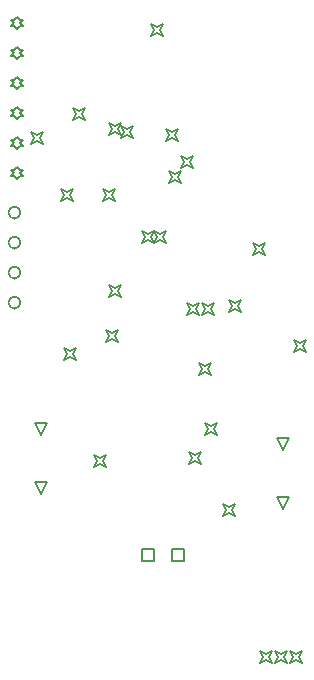
<source format=gbr>
G04*
G04 #@! TF.GenerationSoftware,Altium Limited,Altium Designer,25.7.1 (20)*
G04*
G04 Layer_Color=2752767*
%FSLAX44Y44*%
%MOMM*%
G71*
G04*
G04 #@! TF.SameCoordinates,265DE244-54D5-4CCD-A973-AF3357FD315F*
G04*
G04*
G04 #@! TF.FilePolarity,Positive*
G04*
G01*
G75*
%ADD79C,0.1270*%
%ADD80C,0.1693*%
D79*
X1502500Y803620D02*
X1505040Y806160D01*
X1507580D01*
X1505040Y808700D01*
X1507580Y811240D01*
X1505040D01*
X1502500Y813780D01*
X1499960Y811240D01*
X1497420D01*
X1499960Y808700D01*
X1497420Y806160D01*
X1499960D01*
X1502500Y803620D01*
Y778220D02*
X1505040Y780760D01*
X1507580D01*
X1505040Y783300D01*
X1507580Y785840D01*
X1505040D01*
X1502500Y788380D01*
X1499960Y785840D01*
X1497420D01*
X1499960Y783300D01*
X1497420Y780760D01*
X1499960D01*
X1502500Y778220D01*
Y752820D02*
X1505040Y755360D01*
X1507580D01*
X1505040Y757900D01*
X1507580Y760440D01*
X1505040D01*
X1502500Y762980D01*
X1499960Y760440D01*
X1497420D01*
X1499960Y757900D01*
X1497420Y755360D01*
X1499960D01*
X1502500Y752820D01*
Y727420D02*
X1505040Y729960D01*
X1507580D01*
X1505040Y732500D01*
X1507580Y735040D01*
X1505040D01*
X1502500Y737580D01*
X1499960Y735040D01*
X1497420D01*
X1499960Y732500D01*
X1497420Y729960D01*
X1499960D01*
X1502500Y727420D01*
Y702020D02*
X1505040Y704560D01*
X1507580D01*
X1505040Y707100D01*
X1507580Y709640D01*
X1505040D01*
X1502500Y712180D01*
X1499960Y709640D01*
X1497420D01*
X1499960Y707100D01*
X1497420Y704560D01*
X1499960D01*
X1502500Y702020D01*
Y676620D02*
X1505040Y679160D01*
X1507580D01*
X1505040Y681700D01*
X1507580Y684240D01*
X1505040D01*
X1502500Y686780D01*
X1499960Y684240D01*
X1497420D01*
X1499960Y681700D01*
X1497420Y679160D01*
X1499960D01*
X1502500Y676620D01*
X1633020Y353060D02*
Y363220D01*
X1643180D01*
Y353060D01*
X1633020D01*
X1727200Y447040D02*
X1722120Y457200D01*
X1732280D01*
X1727200Y447040D01*
Y397040D02*
X1722120Y407200D01*
X1732280D01*
X1727200Y397040D01*
X1522500Y409920D02*
X1517420Y420080D01*
X1527580D01*
X1522500Y409920D01*
Y459920D02*
X1517420Y470080D01*
X1527580D01*
X1522500Y459920D01*
X1608020Y353060D02*
Y363220D01*
X1618180D01*
Y353060D01*
X1608020D01*
X1549400Y726440D02*
X1551940Y731520D01*
X1549400Y736600D01*
X1554480Y734060D01*
X1559560Y736600D01*
X1557020Y731520D01*
X1559560Y726440D01*
X1554480Y728980D01*
X1549400Y726440D01*
X1513840Y706120D02*
X1516380Y711200D01*
X1513840Y716280D01*
X1518920Y713740D01*
X1524000Y716280D01*
X1521460Y711200D01*
X1524000Y706120D01*
X1518920Y708660D01*
X1513840Y706120D01*
X1661160Y459740D02*
X1663700Y464820D01*
X1661160Y469900D01*
X1666240Y467360D01*
X1671320Y469900D01*
X1668780Y464820D01*
X1671320Y459740D01*
X1666240Y462280D01*
X1661160Y459740D01*
X1590040Y711200D02*
X1592580Y716280D01*
X1590040Y721360D01*
X1595120Y718820D01*
X1600200Y721360D01*
X1597660Y716280D01*
X1600200Y711200D01*
X1595120Y713740D01*
X1590040Y711200D01*
X1681480Y563880D02*
X1684020Y568960D01*
X1681480Y574040D01*
X1686560Y571500D01*
X1691640Y574040D01*
X1689100Y568960D01*
X1691640Y563880D01*
X1686560Y566420D01*
X1681480Y563880D01*
X1645920Y561340D02*
X1648460Y566420D01*
X1645920Y571500D01*
X1651000Y568960D01*
X1656080Y571500D01*
X1653540Y566420D01*
X1656080Y561340D01*
X1651000Y563880D01*
X1645920Y561340D01*
X1736420Y529920D02*
X1738960Y535000D01*
X1736420Y540080D01*
X1741500Y537540D01*
X1746580Y540080D01*
X1744040Y535000D01*
X1746580Y529920D01*
X1741500Y532460D01*
X1736420Y529920D01*
X1630680Y673100D02*
X1633220Y678180D01*
X1630680Y683260D01*
X1635760Y680720D01*
X1640840Y683260D01*
X1638300Y678180D01*
X1640840Y673100D01*
X1635760Y675640D01*
X1630680Y673100D01*
X1628140Y708660D02*
X1630680Y713740D01*
X1628140Y718820D01*
X1633220Y716280D01*
X1638300Y718820D01*
X1635760Y713740D01*
X1638300Y708660D01*
X1633220Y711200D01*
X1628140Y708660D01*
X1733550Y266700D02*
X1736090Y271780D01*
X1733550Y276860D01*
X1738630Y274320D01*
X1743710Y276860D01*
X1741170Y271780D01*
X1743710Y266700D01*
X1738630Y269240D01*
X1733550Y266700D01*
X1708150D02*
X1710690Y271780D01*
X1708150Y276860D01*
X1713230Y274320D01*
X1718310Y276860D01*
X1715770Y271780D01*
X1718310Y266700D01*
X1713230Y269240D01*
X1708150Y266700D01*
X1720850D02*
X1723390Y271780D01*
X1720850Y276860D01*
X1725930Y274320D01*
X1731010Y276860D01*
X1728470Y271780D01*
X1731010Y266700D01*
X1725930Y269240D01*
X1720850Y266700D01*
X1656080Y510540D02*
X1658620Y515620D01*
X1656080Y520700D01*
X1661160Y518160D01*
X1666240Y520700D01*
X1663700Y515620D01*
X1666240Y510540D01*
X1661160Y513080D01*
X1656080Y510540D01*
X1647420Y434920D02*
X1649960Y440000D01*
X1647420Y445080D01*
X1652500Y442540D01*
X1657580Y445080D01*
X1655040Y440000D01*
X1657580Y434920D01*
X1652500Y437460D01*
X1647420Y434920D01*
X1615440Y797560D02*
X1617980Y802640D01*
X1615440Y807720D01*
X1620520Y805180D01*
X1625600Y807720D01*
X1623060Y802640D01*
X1625600Y797560D01*
X1620520Y800100D01*
X1615440Y797560D01*
X1579880Y713740D02*
X1582420Y718820D01*
X1579880Y723900D01*
X1584960Y721360D01*
X1590040Y723900D01*
X1587500Y718820D01*
X1590040Y713740D01*
X1584960Y716280D01*
X1579880Y713740D01*
Y576580D02*
X1582420Y581660D01*
X1579880Y586740D01*
X1584960Y584200D01*
X1590040Y586740D01*
X1587500Y581660D01*
X1590040Y576580D01*
X1584960Y579120D01*
X1579880Y576580D01*
X1577340Y538480D02*
X1579880Y543560D01*
X1577340Y548640D01*
X1582420Y546100D01*
X1587500Y548640D01*
X1584960Y543560D01*
X1587500Y538480D01*
X1582420Y541020D01*
X1577340Y538480D01*
X1567420Y432420D02*
X1569960Y437500D01*
X1567420Y442580D01*
X1572500Y440040D01*
X1577580Y442580D01*
X1575040Y437500D01*
X1577580Y432420D01*
X1572500Y434960D01*
X1567420Y432420D01*
X1539240Y657860D02*
X1541780Y662940D01*
X1539240Y668020D01*
X1544320Y665480D01*
X1549400Y668020D01*
X1546860Y662940D01*
X1549400Y657860D01*
X1544320Y660400D01*
X1539240Y657860D01*
X1541780Y523240D02*
X1544320Y528320D01*
X1541780Y533400D01*
X1546860Y530860D01*
X1551940Y533400D01*
X1549400Y528320D01*
X1551940Y523240D01*
X1546860Y525780D01*
X1541780Y523240D01*
X1701800Y612140D02*
X1704340Y617220D01*
X1701800Y622300D01*
X1706880Y619760D01*
X1711960Y622300D01*
X1709420Y617220D01*
X1711960Y612140D01*
X1706880Y614680D01*
X1701800Y612140D01*
X1640840Y685800D02*
X1643380Y690880D01*
X1640840Y695960D01*
X1645920Y693420D01*
X1651000Y695960D01*
X1648460Y690880D01*
X1651000Y685800D01*
X1645920Y688340D01*
X1640840Y685800D01*
X1617980Y622300D02*
X1620520Y627380D01*
X1617980Y632460D01*
X1623060Y629920D01*
X1628140Y632460D01*
X1625600Y627380D01*
X1628140Y622300D01*
X1623060Y624840D01*
X1617980Y622300D01*
X1574800Y657860D02*
X1577340Y662940D01*
X1574800Y668020D01*
X1579880Y665480D01*
X1584960Y668020D01*
X1582420Y662940D01*
X1584960Y657860D01*
X1579880Y660400D01*
X1574800Y657860D01*
X1676400Y391160D02*
X1678940Y396240D01*
X1676400Y401320D01*
X1681480Y398780D01*
X1686560Y401320D01*
X1684020Y396240D01*
X1686560Y391160D01*
X1681480Y393700D01*
X1676400Y391160D01*
X1658620Y561340D02*
X1661160Y566420D01*
X1658620Y571500D01*
X1663700Y568960D01*
X1668780Y571500D01*
X1666240Y566420D01*
X1668780Y561340D01*
X1663700Y563880D01*
X1658620Y561340D01*
X1607820Y622300D02*
X1610360Y627380D01*
X1607820Y632460D01*
X1612900Y629920D01*
X1617980Y632460D01*
X1615440Y627380D01*
X1617980Y622300D01*
X1612900Y624840D01*
X1607820Y622300D01*
D80*
X1505080Y648100D02*
G03*
X1505080Y648100I-5080J0D01*
G01*
Y571900D02*
G03*
X1505080Y571900I-5080J0D01*
G01*
Y622700D02*
G03*
X1505080Y622700I-5080J0D01*
G01*
Y597300D02*
G03*
X1505080Y597300I-5080J0D01*
G01*
M02*

</source>
